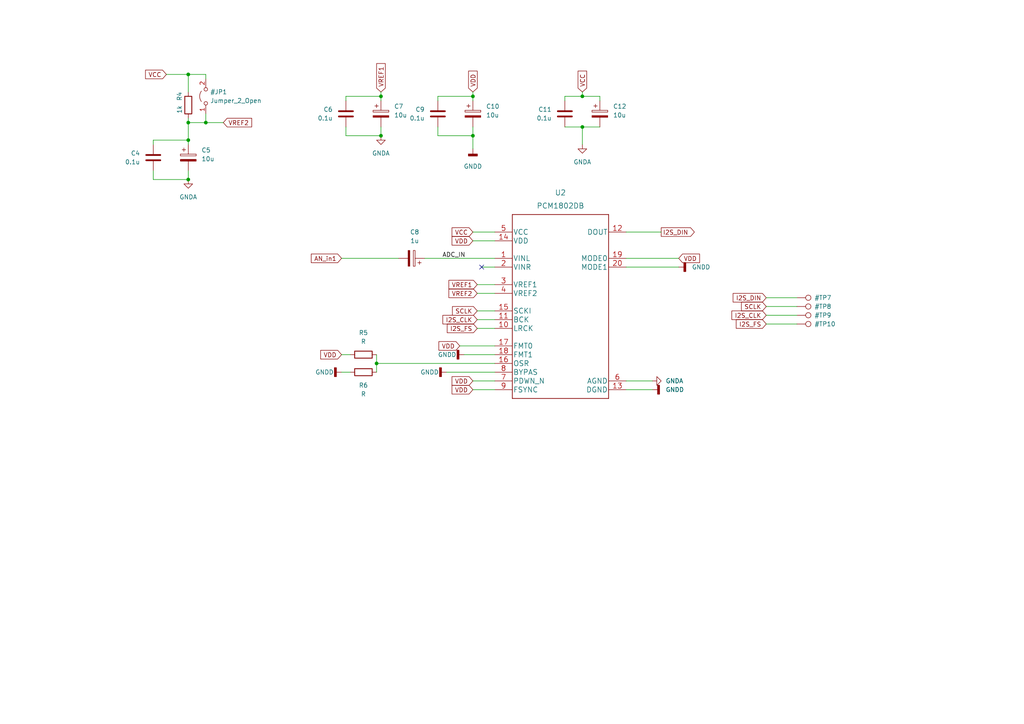
<source format=kicad_sch>
(kicad_sch (version 20211123) (generator eeschema)
  (paper "A4")
  (lib_symbols
    (symbol "Connector:TestPoint" (pin_numbers hide) (pin_names (offset 0.762) hide)
      (property "Reference" "TP" (at 0 6.858 0))
      (property "Value" "TestPoint" (at 0 5.08 0))
      (symbol "TestPoint_0_1"
        (circle (center 0 3.302) (radius 0.762))
      )
      (symbol "TestPoint_1_1"
        (pin passive line (at 0 0 90) (length 2.54) (name "1") (number "1"))
      )
    )
    (symbol "Device:C" (pin_numbers hide) (pin_names (offset 0.254))
      (property "Reference" "C" (at 0.635 2.54 0))
      (property "Value" "C" (at 0.635 -2.54 0))
      (symbol "C_0_1"
        (polyline (pts (xy -2.032 -0.762) (xy 2.032 -0.762)) (stroke (width 0.508)))
        (polyline (pts (xy -2.032 0.762) (xy 2.032 0.762)) (stroke (width 0.508)))
      )
      (symbol "C_1_1"
        (pin passive line (at 0 3.81 270) (length 2.794) (name "~") (number "1"))
        (pin passive line (at 0 -3.81 90) (length 2.794) (name "~") (number "2"))
      )
    )
    (symbol "Device:C_Polarized" (pin_numbers hide) (pin_names (offset 0.254))
      (property "Reference" "C" (at 0.635 2.54 0))
      (property "Value" "C_Polarized" (at 0.635 -2.54 0))
      (symbol "C_Polarized_0_1"
        (rectangle (start -2.286 0.508) (end 2.286 1.016))
        (polyline (pts (xy -1.778 2.286) (xy -0.762 2.286)))
        (polyline (pts (xy -1.27 2.794) (xy -1.27 1.778)))
        (rectangle (start 2.286 -0.508) (end -2.286 -1.016) (fill (type outline)))
      )
      (symbol "C_Polarized_1_1"
        (pin passive line (at 0 3.81 270) (length 2.794) (name "~") (number "1"))
        (pin passive line (at 0 -3.81 90) (length 2.794) (name "~") (number "2"))
      )
    )
    (symbol "Device:R" (pin_numbers hide) (pin_names (offset 0))
      (property "Reference" "R" (at 2.032 0 90))
      (property "Value" "R" (at 0 0 90))
      (symbol "R_0_1"
        (rectangle (start -1.016 -2.54) (end 1.016 2.54) (stroke (width 0.254)))
      )
      (symbol "R_1_1"
        (pin passive line (at 0 3.81 270) (length 1.27) (name "~") (number "1"))
        (pin passive line (at 0 -3.81 90) (length 1.27) (name "~") (number "2"))
      )
    )
    (symbol "Jumper:Jumper_2_Open" (pin_names (offset 0) hide)
      (property "Reference" "JP" (at 0 2.794 0))
      (property "Value" "Jumper_2_Open" (at 0 -2.286 0))
      (symbol "Jumper_2_Open_0_0"
        (circle (center -2.032 0) (radius 0.508))
        (circle (center 2.032 0) (radius 0.508))
      )
      (symbol "Jumper_2_Open_0_1"
        (arc (start 1.524 1.27) (mid 0 1.778) (end -1.524 1.27))
      )
      (symbol "Jumper_2_Open_1_1"
        (pin passive line (at -5.08 0 0) (length 2.54) (name "A") (number "1"))
        (pin passive line (at 5.08 0 180) (length 2.54) (name "B") (number "2"))
      )
    )
    (symbol "PCM1802:PCM1802DB" (pin_names (offset 0.254))
      (property "Reference" "U" (at 0 2.54 0))
      (property "Value" "PCM1802DB" (at 0 0 0))
      (symbol "PCM1802DB_1_1"
        (polyline (pts (xy 5.08 -48.26) (xy 33.02 -48.26)) (stroke (width 0.2032)))
        (polyline (pts (xy 5.08 5.08) (xy 5.08 -48.26)) (stroke (width 0.2032)))
        (polyline (pts (xy 33.02 -48.26) (xy 33.02 5.08)) (stroke (width 0.2032)))
        (polyline (pts (xy 33.02 5.08) (xy 5.08 5.08)) (stroke (width 0.2032)))
        (pin unspecified line (at 0 -7.62 0) (length 5.08) (name "VINL") (number "1"))
        (pin bidirectional line (at 0 -27.94 0) (length 5.08) (name "LRCK") (number "10"))
        (pin bidirectional line (at 0 -25.4 0) (length 5.08) (name "BCK") (number "11"))
        (pin output line (at 38.1 0 180) (length 5.08) (name "DOUT") (number "12"))
        (pin power_in line (at 38.1 -45.72 180) (length 5.08) (name "DGND") (number "13"))
        (pin power_in line (at 0 -2.54 0) (length 5.08) (name "VDD") (number "14"))
        (pin input line (at 0 -22.86 0) (length 5.08) (name "SCKI") (number "15"))
        (pin input line (at 0 -38.1 0) (length 5.08) (name "OSR") (number "16"))
        (pin input line (at 0 -33.02 0) (length 5.08) (name "FMT0") (number "17"))
        (pin input line (at 0 -35.56 0) (length 5.08) (name "FMT1") (number "18"))
        (pin input line (at 38.1 -7.62 180) (length 5.08) (name "MODE0") (number "19"))
        (pin unspecified line (at 0 -10.16 0) (length 5.08) (name "VINR") (number "2"))
        (pin input line (at 38.1 -10.16 180) (length 5.08) (name "MODE1") (number "20"))
        (pin power_in line (at 0 -15.24 0) (length 5.08) (name "VREF1") (number "3"))
        (pin power_in line (at 0 -17.78 0) (length 5.08) (name "VREF2") (number "4"))
        (pin power_in line (at 0 0 0) (length 5.08) (name "VCC") (number "5"))
        (pin power_in line (at 38.1 -43.18 180) (length 5.08) (name "AGND") (number "6"))
        (pin input line (at 0 -43.18 0) (length 5.08) (name "PDWN_N") (number "7"))
        (pin input line (at 0 -40.64 0) (length 5.08) (name "BYPAS") (number "8"))
        (pin bidirectional line (at 0 -45.72 0) (length 5.08) (name "FSYNC") (number "9"))
      )
    )
    (symbol "power:GNDA" (power) (pin_names (offset 0))
      (property "Value" "GNDA" (at 0 -3.81 0))
      (symbol "GNDA_0_1"
        (polyline (pts (xy 0 0) (xy 0 -1.27) (xy 1.27 -1.27) (xy 0 -2.54) (xy -1.27 -1.27) (xy 0 -1.27)))
      )
      (symbol "GNDA_1_1"
        (pin power_in line (at 0 0 270) (length 0) hide (name "GNDA") (number "1"))
      )
    )
    (symbol "power:GNDD" (power) (pin_names (offset 0))
      (property "Value" "GNDD" (at 0 -3.175 0))
      (symbol "GNDD_0_1"
        (rectangle (start -1.27 -1.524) (end 1.27 -2.032) (stroke (width 0.254)) (fill (type outline)))
        (polyline (pts (xy 0 0) (xy 0 -1.524)))
      )
      (symbol "GNDD_1_1"
        (pin power_in line (at 0 0 270) (length 0) hide (name "GNDD") (number "1"))
      )
    )
  )
  (junction (at 110.49 39.37))
  (junction (at 168.91 27.94))
  (junction (at 54.61 35.56))
  (junction (at 54.61 21.59))
  (junction (at 137.16 27.94))
  (junction (at 168.91 36.83))
  (junction (at 54.61 40.64))
  (junction (at 137.16 39.37))
  (junction (at 109.22 105.41))
  (junction (at 110.49 27.94))
  (junction (at 59.69 35.56))
  (junction (at 54.61 52.07))
  (no_connect (at 139.7 77.47))
  (wire (pts (xy 100.33 29.21) (xy 100.33 27.94)))
  (wire (pts (xy 137.16 69.85) (xy 143.51 69.85)))
  (wire (pts (xy 44.45 40.64) (xy 54.61 40.64)))
  (wire (pts (xy 181.61 74.93) (xy 196.85 74.93)))
  (wire (pts (xy 168.91 27.94) (xy 163.83 27.94)))
  (wire (pts (xy 59.69 21.59) (xy 54.61 21.59)))
  (wire (pts (xy 168.91 41.91) (xy 168.91 36.83)))
  (wire (pts (xy 222.25 86.36) (xy 231.14 86.36)))
  (wire (pts (xy 137.16 27.94) (xy 137.16 29.21)))
  (wire (pts (xy 181.61 110.49) (xy 189.23 110.49)))
  (wire (pts (xy 54.61 40.64) (xy 54.61 41.91)))
  (wire (pts (xy 127 39.37) (xy 137.16 39.37)))
  (wire (pts (xy 181.61 113.03) (xy 189.23 113.03)))
  (wire (pts (xy 138.43 82.55) (xy 143.51 82.55)))
  (wire (pts (xy 54.61 34.29) (xy 54.61 35.56)))
  (wire (pts (xy 127 29.21) (xy 127 27.94)))
  (wire (pts (xy 109.22 105.41) (xy 143.51 105.41)))
  (wire (pts (xy 127 36.83) (xy 127 39.37)))
  (wire (pts (xy 54.61 49.53) (xy 54.61 52.07)))
  (wire (pts (xy 138.43 95.25) (xy 143.51 95.25)))
  (wire (pts (xy 168.91 26.67) (xy 168.91 27.94)))
  (wire (pts (xy 100.33 36.83) (xy 100.33 39.37)))
  (wire (pts (xy 59.69 35.56) (xy 64.77 35.56)))
  (wire (pts (xy 138.43 85.09) (xy 143.51 85.09)))
  (wire (pts (xy 99.06 107.95) (xy 101.6 107.95)))
  (wire (pts (xy 173.99 29.21) (xy 173.99 27.94)))
  (wire (pts (xy 222.25 91.44) (xy 231.14 91.44)))
  (wire (pts (xy 163.83 27.94) (xy 163.83 29.21)))
  (wire (pts (xy 100.33 27.94) (xy 110.49 27.94)))
  (wire (pts (xy 137.16 39.37) (xy 137.16 43.18)))
  (wire (pts (xy 137.16 67.31) (xy 143.51 67.31)))
  (wire (pts (xy 54.61 35.56) (xy 54.61 40.64)))
  (wire (pts (xy 168.91 36.83) (xy 173.99 36.83)))
  (wire (pts (xy 137.16 36.83) (xy 137.16 39.37)))
  (wire (pts (xy 137.16 26.67) (xy 137.16 27.94)))
  (wire (pts (xy 44.45 41.91) (xy 44.45 40.64)))
  (wire (pts (xy 99.06 102.87) (xy 101.6 102.87)))
  (wire (pts (xy 139.7 77.47) (xy 143.51 77.47)))
  (wire (pts (xy 138.43 92.71) (xy 143.51 92.71)))
  (wire (pts (xy 129.54 107.95) (xy 143.51 107.95)))
  (wire (pts (xy 109.22 105.41) (xy 109.22 107.95)))
  (wire (pts (xy 59.69 22.86) (xy 59.69 21.59)))
  (wire (pts (xy 110.49 27.94) (xy 110.49 29.21)))
  (wire (pts (xy 109.22 102.87) (xy 109.22 105.41)))
  (wire (pts (xy 137.16 110.49) (xy 143.51 110.49)))
  (wire (pts (xy 137.16 113.03) (xy 143.51 113.03)))
  (wire (pts (xy 59.69 33.02) (xy 59.69 35.56)))
  (wire (pts (xy 48.26 21.59) (xy 54.61 21.59)))
  (wire (pts (xy 168.91 27.94) (xy 173.99 27.94)))
  (wire (pts (xy 168.91 36.83) (xy 163.83 36.83)))
  (wire (pts (xy 138.43 90.17) (xy 143.51 90.17)))
  (wire (pts (xy 222.25 93.98) (xy 231.14 93.98)))
  (wire (pts (xy 222.25 88.9) (xy 231.14 88.9)))
  (wire (pts (xy 133.35 100.33) (xy 143.51 100.33)))
  (wire (pts (xy 123.19 74.93) (xy 143.51 74.93)))
  (wire (pts (xy 110.49 26.67) (xy 110.49 27.94)))
  (wire (pts (xy 127 27.94) (xy 137.16 27.94)))
  (wire (pts (xy 100.33 39.37) (xy 110.49 39.37)))
  (wire (pts (xy 44.45 49.53) (xy 44.45 52.07)))
  (wire (pts (xy 54.61 21.59) (xy 54.61 26.67)))
  (wire (pts (xy 54.61 35.56) (xy 59.69 35.56)))
  (wire (pts (xy 99.06 74.93) (xy 115.57 74.93)))
  (wire (pts (xy 44.45 52.07) (xy 54.61 52.07)))
  (wire (pts (xy 181.61 77.47) (xy 196.85 77.47)))
  (wire (pts (xy 181.61 67.31) (xy 191.77 67.31)))
  (wire (pts (xy 134.62 102.87) (xy 143.51 102.87)))
  (wire (pts (xy 110.49 36.83) (xy 110.49 39.37)))
  (label "ADC_IN" (at 128.27 74.93 0))
  (global_label "I2S_CLK" (shape input) (at 222.25 91.44 180) (property "Intersheet References" "${INTERSHEET_REFS}" (effects hide)))
  (global_label "VDD" (shape input) (at 137.16 26.67 90) (property "Intersheet References" "${INTERSHEET_REFS}" (effects hide)))
  (global_label "VCC" (shape input) (at 137.16 67.31 180) (property "Intersheet References" "${INTERSHEET_REFS}" (effects hide)))
  (global_label "VDD" (shape input) (at 137.16 113.03 180) (property "Intersheet References" "${INTERSHEET_REFS}" (effects hide)))
  (global_label "VDD" (shape input) (at 137.16 110.49 180) (property "Intersheet References" "${INTERSHEET_REFS}" (effects hide)))
  (global_label "VREF2" (shape input) (at 138.43 85.09 180) (property "Intersheet References" "${INTERSHEET_REFS}" (effects hide)))
  (global_label "VCC" (shape input) (at 168.91 26.67 90) (property "Intersheet References" "${INTERSHEET_REFS}" (effects hide)))
  (global_label "VREF2" (shape input) (at 64.77 35.56 0) (property "Intersheet References" "${INTERSHEET_REFS}" (effects hide)))
  (global_label "VDD" (shape input) (at 196.85 74.93 0) (property "Intersheet References" "${INTERSHEET_REFS}" (effects hide)))
  (global_label "VREF1" (shape input) (at 110.49 26.67 90) (property "Intersheet References" "${INTERSHEET_REFS}" (effects hide)))
  (global_label "I2S_FS" (shape input) (at 138.43 95.25 180) (property "Intersheet References" "${INTERSHEET_REFS}" (effects hide)))
  (global_label "VCC" (shape input) (at 48.26 21.59 180) (property "Intersheet References" "${INTERSHEET_REFS}" (effects hide)))
  (global_label "SCLK" (shape input) (at 138.43 90.17 180) (property "Intersheet References" "${INTERSHEET_REFS}" (effects hide)))
  (global_label "SCLK" (shape input) (at 222.25 88.9 180) (property "Intersheet References" "${INTERSHEET_REFS}" (effects hide)))
  (global_label "VREF1" (shape input) (at 138.43 82.55 180) (property "Intersheet References" "${INTERSHEET_REFS}" (effects hide)))
  (global_label "AN_in1" (shape input) (at 99.06 74.93 180) (property "Intersheet References" "${INTERSHEET_REFS}" (effects hide)))
  (global_label "VDD" (shape input) (at 99.06 102.87 180) (property "Intersheet References" "${INTERSHEET_REFS}" (effects hide)))
  (global_label "VDD" (shape input) (at 133.35 100.33 180) (property "Intersheet References" "${INTERSHEET_REFS}" (effects hide)))
  (global_label "I2S_FS" (shape input) (at 222.25 93.98 180) (property "Intersheet References" "${INTERSHEET_REFS}" (effects hide)))
  (global_label "I2S_CLK" (shape input) (at 138.43 92.71 180) (property "Intersheet References" "${INTERSHEET_REFS}" (effects hide)))
  (global_label "I2S_DIN" (shape input) (at 222.25 86.36 180) (property "Intersheet References" "${INTERSHEET_REFS}" (effects hide)))
  (global_label "I2S_DIN" (shape output) (at 191.77 67.31 0) (property "Intersheet References" "${INTERSHEET_REFS}" (effects hide)))
  (global_label "VDD" (shape input) (at 137.16 69.85 180) (property "Intersheet References" "${INTERSHEET_REFS}" (effects hide)))
  (symbol (lib_id "Connector:TestPoint") (at 231.14 93.98 270) (unit 1)
    (property "Reference" "#TP10" (at 236.22 93.9799 90) (effects (justify left)))
    (property "Value" "TestPoint" (effects hide))
    (property "Footprint" "TestPoint:TestPoint_THTPad_D1.5mm_Drill0.7mm" (effects hide))
  )
  (symbol (lib_id "Device:C") (at 163.83 33.02 0) (mirror x) (unit 1)
    (property "Reference" "C11" (at 160.02 31.7499 0) (effects (justify right)))
    (property "Value" "0.1u" (at 160.02 34.2899 0) (effects (justify right)))
    (property "Footprint" "Capacitor_SMD:C_0603_1608Metric_Pad1.08x0.95mm_HandSolder" (effects hide))
  )
  (symbol (lib_id "Device:C") (at 44.45 45.72 0) (mirror x) (unit 1)
    (property "Reference" "C4" (at 40.64 44.4499 0) (effects (justify right)))
    (property "Value" "0.1u" (at 40.64 46.9899 0) (effects (justify right)))
    (property "Footprint" "Capacitor_SMD:C_0603_1608Metric_Pad1.08x0.95mm_HandSolder" (effects hide))
  )
  (symbol (lib_id "PCM1802:PCM1802DB") (at 143.51 67.31 0) (unit 1)
    (property "Reference" "U2" (at 162.56 55.88 0) (effects (font (size 1.524 1.524))))
    (property "Value" "PCM1802DB" (at 162.56 59.69 0) (effects (font (size 1.524 1.524))))
    (property "Footprint" "PCM1802:PCM1802DB" (effects hide))
  )
  (symbol (lib_id "Device:C_Polarized") (at 110.49 33.02 0) (unit 1)
    (property "Reference" "C7" (at 114.3 30.8609 0) (effects (justify left)))
    (property "Value" "10u" (at 114.3 33.4009 0) (effects (justify left)))
    (property "Footprint" "Capacitor_THT:CP_Radial_D5.0mm_P2.00mm" (effects hide))
  )
  (symbol (lib_id "Device:C_Polarized") (at 119.38 74.93 270) (mirror x) (unit 1)
    (property "Reference" "C8" (at 120.269 67.31 90))
    (property "Value" "1u" (at 120.269 69.85 90))
    (property "Footprint" "Capacitor_THT:CP_Radial_D5.0mm_P2.00mm" (effects hide))
  )
  (symbol (lib_id "Connector:TestPoint") (at 231.14 91.44 270) (unit 1)
    (property "Reference" "#TP9" (at 236.22 91.4399 90) (effects (justify left)))
    (property "Value" "TestPoint" (effects hide))
    (property "Footprint" "TestPoint:TestPoint_THTPad_D1.5mm_Drill0.7mm" (effects hide))
  )
  (symbol (lib_id "power:GNDA") (at 189.23 110.49 90) (unit 1)
    (property "Reference" "#PWR013" (effects hide))
    (property "Value" "GNDA" (at 193.04 110.4899 90) (effects (justify right)))
  )
  (symbol (lib_id "power:GNDA") (at 168.91 41.91 0) (unit 1)
    (property "Reference" "#PWR012" (effects hide))
    (property "Value" "GNDA" (at 168.91 46.99 0))
  )
  (symbol (lib_id "power:GNDD") (at 196.85 77.47 90) (unit 1)
    (property "Reference" "#PWR015" (effects hide))
    (property "Value" "GNDD" (at 200.66 77.4699 90) (effects (justify right)))
  )
  (symbol (lib_id "Device:C_Polarized") (at 173.99 33.02 0) (unit 1)
    (property "Reference" "C12" (at 177.8 30.8609 0) (effects (justify left)))
    (property "Value" "10u" (at 177.8 33.4009 0) (effects (justify left)))
    (property "Footprint" "Capacitor_THT:CP_Radial_D5.0mm_P2.00mm" (effects hide))
  )
  (symbol (lib_id "Device:R") (at 105.41 107.95 270) (unit 1)
    (property "Reference" "R6" (at 105.41 111.76 90))
    (property "Value" "R" (at 105.41 114.3 90))
    (property "Footprint" "Resistor_SMD:R_0805_2012Metric_Pad1.20x1.40mm_HandSolder" (effects hide))
  )
  (symbol (lib_id "power:GNDD") (at 189.23 113.03 90) (unit 1)
    (property "Reference" "#PWR014" (effects hide))
    (property "Value" "GNDD" (at 193.04 113.0299 90) (effects (justify right)))
  )
  (symbol (lib_id "Device:C") (at 100.33 33.02 0) (mirror x) (unit 1)
    (property "Reference" "C6" (at 96.52 31.7499 0) (effects (justify right)))
    (property "Value" "0.1u" (at 96.52 34.2899 0) (effects (justify right)))
    (property "Footprint" "Capacitor_SMD:C_0603_1608Metric_Pad1.08x0.95mm_HandSolder" (effects hide))
  )
  (symbol (lib_id "power:GNDD") (at 137.16 43.18 0) (unit 1)
    (property "Reference" "#PWR011" (effects hide))
    (property "Value" "GNDD" (at 137.16 48.26 0))
  )
  (symbol (lib_id "power:GNDD") (at 129.54 107.95 270) (unit 1)
    (property "Reference" "#PWR09" (effects hide))
    (property "Value" "GNDD" (at 121.92 107.95 90) (effects (justify left)))
  )
  (symbol (lib_id "Device:R") (at 105.41 102.87 90) (unit 1)
    (property "Reference" "R5" (at 105.41 96.52 90))
    (property "Value" "R" (at 105.41 99.06 90))
    (property "Footprint" "Resistor_SMD:R_0805_2012Metric_Pad1.20x1.40mm_HandSolder" (effects hide))
  )
  (symbol (lib_id "Device:C_Polarized") (at 137.16 33.02 0) (unit 1)
    (property "Reference" "C10" (at 140.97 30.8609 0) (effects (justify left)))
    (property "Value" "10u" (at 140.97 33.4009 0) (effects (justify left)))
    (property "Footprint" "Capacitor_THT:CP_Radial_D5.0mm_P2.00mm" (effects hide))
  )
  (symbol (lib_id "power:GNDD") (at 99.06 107.95 270) (unit 1)
    (property "Reference" "#PWR07" (effects hide))
    (property "Value" "GNDD" (at 91.44 107.95 90) (effects (justify left)))
  )
  (symbol (lib_id "power:GNDA") (at 54.61 52.07 0) (unit 1)
    (property "Reference" "#PWR06" (effects hide))
    (property "Value" "GNDA" (at 54.61 57.15 0))
  )
  (symbol (lib_id "power:GNDD") (at 134.62 102.87 270) (unit 1)
    (property "Reference" "#PWR010" (effects hide))
    (property "Value" "GNDD" (at 127 102.87 90) (effects (justify left)))
  )
  (symbol (lib_id "Device:C_Polarized") (at 54.61 45.72 0) (unit 1)
    (property "Reference" "C5" (at 58.42 43.5609 0) (effects (justify left)))
    (property "Value" "10u" (at 58.42 46.1009 0) (effects (justify left)))
    (property "Footprint" "Capacitor_THT:CP_Radial_D5.0mm_P2.00mm" (effects hide))
  )
  (symbol (lib_id "Connector:TestPoint") (at 231.14 88.9 270) (unit 1)
    (property "Reference" "#TP8" (at 236.22 88.8999 90) (effects (justify left)))
    (property "Value" "TestPoint" (effects hide))
    (property "Footprint" "TestPoint:TestPoint_THTPad_D1.5mm_Drill0.7mm" (effects hide))
  )
  (symbol (lib_id "Device:C") (at 127 33.02 0) (mirror x) (unit 1)
    (property "Reference" "C9" (at 123.19 31.7499 0) (effects (justify right)))
    (property "Value" "0.1u" (at 123.19 34.2899 0) (effects (justify right)))
    (property "Footprint" "Capacitor_SMD:C_0603_1608Metric_Pad1.08x0.95mm_HandSolder" (effects hide))
  )
  (symbol (lib_id "Device:R") (at 54.61 30.48 0) (unit 1)
    (property "Reference" "R4" (at 52.07 27.94 90))
    (property "Value" "1k" (at 52.07 31.75 90))
    (property "Footprint" "Resistor_SMD:R_0805_2012Metric_Pad1.20x1.40mm_HandSolder" (effects hide))
  )
  (symbol (lib_id "power:GNDA") (at 110.49 39.37 0) (unit 1)
    (property "Reference" "#PWR08" (effects hide))
    (property "Value" "GNDA" (at 110.49 44.45 0))
  )
  (symbol (lib_id "Connector:TestPoint") (at 231.14 86.36 270) (unit 1)
    (property "Reference" "#TP7" (at 236.22 86.3599 90) (effects (justify left)))
    (property "Value" "TestPoint" (effects hide))
    (property "Footprint" "TestPoint:TestPoint_THTPad_D1.5mm_Drill0.7mm" (effects hide))
  )
  (symbol (lib_id "Jumper:Jumper_2_Open") (at 59.69 27.94 90) (unit 1)
    (property "Reference" "#JP1" (at 60.96 26.6699 90) (effects (justify right)))
    (property "Value" "Jumper_2_Open" (at 60.96 29.2099 90) (effects (justify right)))
    (property "Footprint" "Jumper:SolderJumper-2_P1.3mm_Open_Pad1.0x1.5mm" (effects hide))
  )
)
</source>
